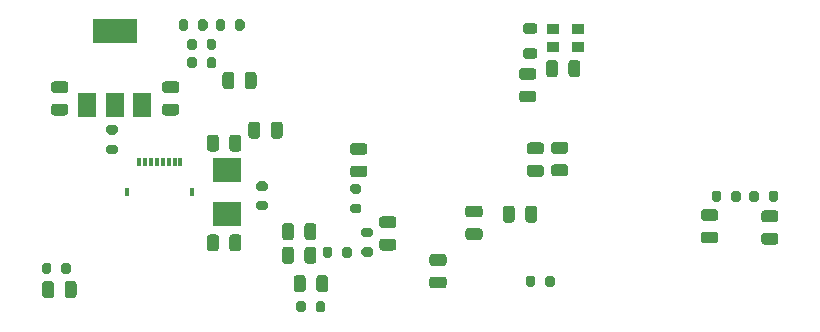
<source format=gbr>
%TF.GenerationSoftware,KiCad,Pcbnew,(5.1.9)-1*%
%TF.CreationDate,2021-04-11T16:36:30+08:00*%
%TF.ProjectId,st_usbAudioV1_demo,73745f75-7362-4417-9564-696f56315f64,rev?*%
%TF.SameCoordinates,Original*%
%TF.FileFunction,Paste,Bot*%
%TF.FilePolarity,Positive*%
%FSLAX46Y46*%
G04 Gerber Fmt 4.6, Leading zero omitted, Abs format (unit mm)*
G04 Created by KiCad (PCBNEW (5.1.9)-1) date 2021-04-11 16:36:30*
%MOMM*%
%LPD*%
G01*
G04 APERTURE LIST*
%ADD10R,2.400000X2.000000*%
%ADD11R,1.000000X0.900000*%
%ADD12R,1.500000X2.000000*%
%ADD13R,3.800000X2.000000*%
%ADD14R,0.400000X0.800000*%
%ADD15R,0.300000X0.800000*%
G04 APERTURE END LIST*
D10*
%TO.C,Y1*%
X139200000Y-77700000D03*
X139200000Y-74000000D03*
%TD*%
%TO.C,L2*%
G36*
G01*
X164518750Y-63687500D02*
X165281250Y-63687500D01*
G75*
G02*
X165500000Y-63906250I0J-218750D01*
G01*
X165500000Y-64343750D01*
G75*
G02*
X165281250Y-64562500I-218750J0D01*
G01*
X164518750Y-64562500D01*
G75*
G02*
X164300000Y-64343750I0J218750D01*
G01*
X164300000Y-63906250D01*
G75*
G02*
X164518750Y-63687500I218750J0D01*
G01*
G37*
G36*
G01*
X164518750Y-61562500D02*
X165281250Y-61562500D01*
G75*
G02*
X165500000Y-61781250I0J-218750D01*
G01*
X165500000Y-62218750D01*
G75*
G02*
X165281250Y-62437500I-218750J0D01*
G01*
X164518750Y-62437500D01*
G75*
G02*
X164300000Y-62218750I0J218750D01*
G01*
X164300000Y-61781250D01*
G75*
G02*
X164518750Y-61562500I218750J0D01*
G01*
G37*
%TD*%
D11*
%TO.C,X1*%
X166825000Y-63575000D03*
X168975000Y-63575000D03*
X168975000Y-62025000D03*
X166825000Y-62025000D03*
%TD*%
D12*
%TO.C,U2*%
X132025000Y-68500000D03*
X127425000Y-68500000D03*
X129725000Y-68500000D03*
D13*
X129725000Y-62200000D03*
%TD*%
%TO.C,R19*%
G36*
G01*
X129225000Y-71825000D02*
X129775000Y-71825000D01*
G75*
G02*
X129975000Y-72025000I0J-200000D01*
G01*
X129975000Y-72425000D01*
G75*
G02*
X129775000Y-72625000I-200000J0D01*
G01*
X129225000Y-72625000D01*
G75*
G02*
X129025000Y-72425000I0J200000D01*
G01*
X129025000Y-72025000D01*
G75*
G02*
X129225000Y-71825000I200000J0D01*
G01*
G37*
G36*
G01*
X129225000Y-70175000D02*
X129775000Y-70175000D01*
G75*
G02*
X129975000Y-70375000I0J-200000D01*
G01*
X129975000Y-70775000D01*
G75*
G02*
X129775000Y-70975000I-200000J0D01*
G01*
X129225000Y-70975000D01*
G75*
G02*
X129025000Y-70775000I0J200000D01*
G01*
X129025000Y-70375000D01*
G75*
G02*
X129225000Y-70175000I200000J0D01*
G01*
G37*
%TD*%
%TO.C,R18*%
G36*
G01*
X149000000Y-81225000D02*
X149000000Y-80675000D01*
G75*
G02*
X149200000Y-80475000I200000J0D01*
G01*
X149600000Y-80475000D01*
G75*
G02*
X149800000Y-80675000I0J-200000D01*
G01*
X149800000Y-81225000D01*
G75*
G02*
X149600000Y-81425000I-200000J0D01*
G01*
X149200000Y-81425000D01*
G75*
G02*
X149000000Y-81225000I0J200000D01*
G01*
G37*
G36*
G01*
X147350000Y-81225000D02*
X147350000Y-80675000D01*
G75*
G02*
X147550000Y-80475000I200000J0D01*
G01*
X147950000Y-80475000D01*
G75*
G02*
X148150000Y-80675000I0J-200000D01*
G01*
X148150000Y-81225000D01*
G75*
G02*
X147950000Y-81425000I-200000J0D01*
G01*
X147550000Y-81425000D01*
G75*
G02*
X147350000Y-81225000I0J200000D01*
G01*
G37*
%TD*%
%TO.C,R17*%
G36*
G01*
X151375000Y-79675000D02*
X150825000Y-79675000D01*
G75*
G02*
X150625000Y-79475000I0J200000D01*
G01*
X150625000Y-79075000D01*
G75*
G02*
X150825000Y-78875000I200000J0D01*
G01*
X151375000Y-78875000D01*
G75*
G02*
X151575000Y-79075000I0J-200000D01*
G01*
X151575000Y-79475000D01*
G75*
G02*
X151375000Y-79675000I-200000J0D01*
G01*
G37*
G36*
G01*
X151375000Y-81325000D02*
X150825000Y-81325000D01*
G75*
G02*
X150625000Y-81125000I0J200000D01*
G01*
X150625000Y-80725000D01*
G75*
G02*
X150825000Y-80525000I200000J0D01*
G01*
X151375000Y-80525000D01*
G75*
G02*
X151575000Y-80725000I0J-200000D01*
G01*
X151575000Y-81125000D01*
G75*
G02*
X151375000Y-81325000I-200000J0D01*
G01*
G37*
%TD*%
%TO.C,R16*%
G36*
G01*
X181925000Y-76475000D02*
X181925000Y-75925000D01*
G75*
G02*
X182125000Y-75725000I200000J0D01*
G01*
X182525000Y-75725000D01*
G75*
G02*
X182725000Y-75925000I0J-200000D01*
G01*
X182725000Y-76475000D01*
G75*
G02*
X182525000Y-76675000I-200000J0D01*
G01*
X182125000Y-76675000D01*
G75*
G02*
X181925000Y-76475000I0J200000D01*
G01*
G37*
G36*
G01*
X180275000Y-76475000D02*
X180275000Y-75925000D01*
G75*
G02*
X180475000Y-75725000I200000J0D01*
G01*
X180875000Y-75725000D01*
G75*
G02*
X181075000Y-75925000I0J-200000D01*
G01*
X181075000Y-76475000D01*
G75*
G02*
X180875000Y-76675000I-200000J0D01*
G01*
X180475000Y-76675000D01*
G75*
G02*
X180275000Y-76475000I0J200000D01*
G01*
G37*
%TD*%
%TO.C,R15*%
G36*
G01*
X185125000Y-76475000D02*
X185125000Y-75925000D01*
G75*
G02*
X185325000Y-75725000I200000J0D01*
G01*
X185725000Y-75725000D01*
G75*
G02*
X185925000Y-75925000I0J-200000D01*
G01*
X185925000Y-76475000D01*
G75*
G02*
X185725000Y-76675000I-200000J0D01*
G01*
X185325000Y-76675000D01*
G75*
G02*
X185125000Y-76475000I0J200000D01*
G01*
G37*
G36*
G01*
X183475000Y-76475000D02*
X183475000Y-75925000D01*
G75*
G02*
X183675000Y-75725000I200000J0D01*
G01*
X184075000Y-75725000D01*
G75*
G02*
X184275000Y-75925000I0J-200000D01*
G01*
X184275000Y-76475000D01*
G75*
G02*
X184075000Y-76675000I-200000J0D01*
G01*
X183675000Y-76675000D01*
G75*
G02*
X183475000Y-76475000I0J200000D01*
G01*
G37*
%TD*%
%TO.C,R14*%
G36*
G01*
X135950000Y-61425000D02*
X135950000Y-61975000D01*
G75*
G02*
X135750000Y-62175000I-200000J0D01*
G01*
X135350000Y-62175000D01*
G75*
G02*
X135150000Y-61975000I0J200000D01*
G01*
X135150000Y-61425000D01*
G75*
G02*
X135350000Y-61225000I200000J0D01*
G01*
X135750000Y-61225000D01*
G75*
G02*
X135950000Y-61425000I0J-200000D01*
G01*
G37*
G36*
G01*
X137600000Y-61425000D02*
X137600000Y-61975000D01*
G75*
G02*
X137400000Y-62175000I-200000J0D01*
G01*
X137000000Y-62175000D01*
G75*
G02*
X136800000Y-61975000I0J200000D01*
G01*
X136800000Y-61425000D01*
G75*
G02*
X137000000Y-61225000I200000J0D01*
G01*
X137400000Y-61225000D01*
G75*
G02*
X137600000Y-61425000I0J-200000D01*
G01*
G37*
%TD*%
%TO.C,R13*%
G36*
G01*
X139925000Y-61975000D02*
X139925000Y-61425000D01*
G75*
G02*
X140125000Y-61225000I200000J0D01*
G01*
X140525000Y-61225000D01*
G75*
G02*
X140725000Y-61425000I0J-200000D01*
G01*
X140725000Y-61975000D01*
G75*
G02*
X140525000Y-62175000I-200000J0D01*
G01*
X140125000Y-62175000D01*
G75*
G02*
X139925000Y-61975000I0J200000D01*
G01*
G37*
G36*
G01*
X138275000Y-61975000D02*
X138275000Y-61425000D01*
G75*
G02*
X138475000Y-61225000I200000J0D01*
G01*
X138875000Y-61225000D01*
G75*
G02*
X139075000Y-61425000I0J-200000D01*
G01*
X139075000Y-61975000D01*
G75*
G02*
X138875000Y-62175000I-200000J0D01*
G01*
X138475000Y-62175000D01*
G75*
G02*
X138275000Y-61975000I0J200000D01*
G01*
G37*
%TD*%
%TO.C,R11*%
G36*
G01*
X150425000Y-75975000D02*
X149875000Y-75975000D01*
G75*
G02*
X149675000Y-75775000I0J200000D01*
G01*
X149675000Y-75375000D01*
G75*
G02*
X149875000Y-75175000I200000J0D01*
G01*
X150425000Y-75175000D01*
G75*
G02*
X150625000Y-75375000I0J-200000D01*
G01*
X150625000Y-75775000D01*
G75*
G02*
X150425000Y-75975000I-200000J0D01*
G01*
G37*
G36*
G01*
X150425000Y-77625000D02*
X149875000Y-77625000D01*
G75*
G02*
X149675000Y-77425000I0J200000D01*
G01*
X149675000Y-77025000D01*
G75*
G02*
X149875000Y-76825000I200000J0D01*
G01*
X150425000Y-76825000D01*
G75*
G02*
X150625000Y-77025000I0J-200000D01*
G01*
X150625000Y-77425000D01*
G75*
G02*
X150425000Y-77625000I-200000J0D01*
G01*
G37*
%TD*%
%TO.C,R10*%
G36*
G01*
X145900000Y-85275000D02*
X145900000Y-85825000D01*
G75*
G02*
X145700000Y-86025000I-200000J0D01*
G01*
X145300000Y-86025000D01*
G75*
G02*
X145100000Y-85825000I0J200000D01*
G01*
X145100000Y-85275000D01*
G75*
G02*
X145300000Y-85075000I200000J0D01*
G01*
X145700000Y-85075000D01*
G75*
G02*
X145900000Y-85275000I0J-200000D01*
G01*
G37*
G36*
G01*
X147550000Y-85275000D02*
X147550000Y-85825000D01*
G75*
G02*
X147350000Y-86025000I-200000J0D01*
G01*
X146950000Y-86025000D01*
G75*
G02*
X146750000Y-85825000I0J200000D01*
G01*
X146750000Y-85275000D01*
G75*
G02*
X146950000Y-85075000I200000J0D01*
G01*
X147350000Y-85075000D01*
G75*
G02*
X147550000Y-85275000I0J-200000D01*
G01*
G37*
%TD*%
%TO.C,R7*%
G36*
G01*
X165325000Y-83125000D02*
X165325000Y-83675000D01*
G75*
G02*
X165125000Y-83875000I-200000J0D01*
G01*
X164725000Y-83875000D01*
G75*
G02*
X164525000Y-83675000I0J200000D01*
G01*
X164525000Y-83125000D01*
G75*
G02*
X164725000Y-82925000I200000J0D01*
G01*
X165125000Y-82925000D01*
G75*
G02*
X165325000Y-83125000I0J-200000D01*
G01*
G37*
G36*
G01*
X166975000Y-83125000D02*
X166975000Y-83675000D01*
G75*
G02*
X166775000Y-83875000I-200000J0D01*
G01*
X166375000Y-83875000D01*
G75*
G02*
X166175000Y-83675000I0J200000D01*
G01*
X166175000Y-83125000D01*
G75*
G02*
X166375000Y-82925000I200000J0D01*
G01*
X166775000Y-82925000D01*
G75*
G02*
X166975000Y-83125000I0J-200000D01*
G01*
G37*
%TD*%
%TO.C,R6*%
G36*
G01*
X141925000Y-76600000D02*
X142475000Y-76600000D01*
G75*
G02*
X142675000Y-76800000I0J-200000D01*
G01*
X142675000Y-77200000D01*
G75*
G02*
X142475000Y-77400000I-200000J0D01*
G01*
X141925000Y-77400000D01*
G75*
G02*
X141725000Y-77200000I0J200000D01*
G01*
X141725000Y-76800000D01*
G75*
G02*
X141925000Y-76600000I200000J0D01*
G01*
G37*
G36*
G01*
X141925000Y-74950000D02*
X142475000Y-74950000D01*
G75*
G02*
X142675000Y-75150000I0J-200000D01*
G01*
X142675000Y-75550000D01*
G75*
G02*
X142475000Y-75750000I-200000J0D01*
G01*
X141925000Y-75750000D01*
G75*
G02*
X141725000Y-75550000I0J200000D01*
G01*
X141725000Y-75150000D01*
G75*
G02*
X141925000Y-74950000I200000J0D01*
G01*
G37*
%TD*%
%TO.C,R4*%
G36*
G01*
X136675000Y-63075000D02*
X136675000Y-63625000D01*
G75*
G02*
X136475000Y-63825000I-200000J0D01*
G01*
X136075000Y-63825000D01*
G75*
G02*
X135875000Y-63625000I0J200000D01*
G01*
X135875000Y-63075000D01*
G75*
G02*
X136075000Y-62875000I200000J0D01*
G01*
X136475000Y-62875000D01*
G75*
G02*
X136675000Y-63075000I0J-200000D01*
G01*
G37*
G36*
G01*
X138325000Y-63075000D02*
X138325000Y-63625000D01*
G75*
G02*
X138125000Y-63825000I-200000J0D01*
G01*
X137725000Y-63825000D01*
G75*
G02*
X137525000Y-63625000I0J200000D01*
G01*
X137525000Y-63075000D01*
G75*
G02*
X137725000Y-62875000I200000J0D01*
G01*
X138125000Y-62875000D01*
G75*
G02*
X138325000Y-63075000I0J-200000D01*
G01*
G37*
%TD*%
%TO.C,R3*%
G36*
G01*
X136675000Y-64625000D02*
X136675000Y-65175000D01*
G75*
G02*
X136475000Y-65375000I-200000J0D01*
G01*
X136075000Y-65375000D01*
G75*
G02*
X135875000Y-65175000I0J200000D01*
G01*
X135875000Y-64625000D01*
G75*
G02*
X136075000Y-64425000I200000J0D01*
G01*
X136475000Y-64425000D01*
G75*
G02*
X136675000Y-64625000I0J-200000D01*
G01*
G37*
G36*
G01*
X138325000Y-64625000D02*
X138325000Y-65175000D01*
G75*
G02*
X138125000Y-65375000I-200000J0D01*
G01*
X137725000Y-65375000D01*
G75*
G02*
X137525000Y-65175000I0J200000D01*
G01*
X137525000Y-64625000D01*
G75*
G02*
X137725000Y-64425000I200000J0D01*
G01*
X138125000Y-64425000D01*
G75*
G02*
X138325000Y-64625000I0J-200000D01*
G01*
G37*
%TD*%
%TO.C,R2*%
G36*
G01*
X124375000Y-82025000D02*
X124375000Y-82575000D01*
G75*
G02*
X124175000Y-82775000I-200000J0D01*
G01*
X123775000Y-82775000D01*
G75*
G02*
X123575000Y-82575000I0J200000D01*
G01*
X123575000Y-82025000D01*
G75*
G02*
X123775000Y-81825000I200000J0D01*
G01*
X124175000Y-81825000D01*
G75*
G02*
X124375000Y-82025000I0J-200000D01*
G01*
G37*
G36*
G01*
X126025000Y-82025000D02*
X126025000Y-82575000D01*
G75*
G02*
X125825000Y-82775000I-200000J0D01*
G01*
X125425000Y-82775000D01*
G75*
G02*
X125225000Y-82575000I0J200000D01*
G01*
X125225000Y-82025000D01*
G75*
G02*
X125425000Y-81825000I200000J0D01*
G01*
X125825000Y-81825000D01*
G75*
G02*
X126025000Y-82025000I0J-200000D01*
G01*
G37*
%TD*%
D14*
%TO.C,J4*%
X136300000Y-75825000D03*
X130800000Y-75825000D03*
D15*
X135300000Y-73325000D03*
X134800000Y-73325000D03*
X134300000Y-73325000D03*
X133800000Y-73325000D03*
X133300000Y-73325000D03*
X132800000Y-73325000D03*
X132300000Y-73325000D03*
X131800000Y-73325000D03*
%TD*%
%TO.C,C33*%
G36*
G01*
X180575000Y-78300000D02*
X179625000Y-78300000D01*
G75*
G02*
X179375000Y-78050000I0J250000D01*
G01*
X179375000Y-77550000D01*
G75*
G02*
X179625000Y-77300000I250000J0D01*
G01*
X180575000Y-77300000D01*
G75*
G02*
X180825000Y-77550000I0J-250000D01*
G01*
X180825000Y-78050000D01*
G75*
G02*
X180575000Y-78300000I-250000J0D01*
G01*
G37*
G36*
G01*
X180575000Y-80200000D02*
X179625000Y-80200000D01*
G75*
G02*
X179375000Y-79950000I0J250000D01*
G01*
X179375000Y-79450000D01*
G75*
G02*
X179625000Y-79200000I250000J0D01*
G01*
X180575000Y-79200000D01*
G75*
G02*
X180825000Y-79450000I0J-250000D01*
G01*
X180825000Y-79950000D01*
G75*
G02*
X180575000Y-80200000I-250000J0D01*
G01*
G37*
%TD*%
%TO.C,C32*%
G36*
G01*
X166925000Y-73500000D02*
X167875000Y-73500000D01*
G75*
G02*
X168125000Y-73750000I0J-250000D01*
G01*
X168125000Y-74250000D01*
G75*
G02*
X167875000Y-74500000I-250000J0D01*
G01*
X166925000Y-74500000D01*
G75*
G02*
X166675000Y-74250000I0J250000D01*
G01*
X166675000Y-73750000D01*
G75*
G02*
X166925000Y-73500000I250000J0D01*
G01*
G37*
G36*
G01*
X166925000Y-71600000D02*
X167875000Y-71600000D01*
G75*
G02*
X168125000Y-71850000I0J-250000D01*
G01*
X168125000Y-72350000D01*
G75*
G02*
X167875000Y-72600000I-250000J0D01*
G01*
X166925000Y-72600000D01*
G75*
G02*
X166675000Y-72350000I0J250000D01*
G01*
X166675000Y-71850000D01*
G75*
G02*
X166925000Y-71600000I250000J0D01*
G01*
G37*
%TD*%
%TO.C,C30*%
G36*
G01*
X185675000Y-78400000D02*
X184725000Y-78400000D01*
G75*
G02*
X184475000Y-78150000I0J250000D01*
G01*
X184475000Y-77650000D01*
G75*
G02*
X184725000Y-77400000I250000J0D01*
G01*
X185675000Y-77400000D01*
G75*
G02*
X185925000Y-77650000I0J-250000D01*
G01*
X185925000Y-78150000D01*
G75*
G02*
X185675000Y-78400000I-250000J0D01*
G01*
G37*
G36*
G01*
X185675000Y-80300000D02*
X184725000Y-80300000D01*
G75*
G02*
X184475000Y-80050000I0J250000D01*
G01*
X184475000Y-79550000D01*
G75*
G02*
X184725000Y-79300000I250000J0D01*
G01*
X185675000Y-79300000D01*
G75*
G02*
X185925000Y-79550000I0J-250000D01*
G01*
X185925000Y-80050000D01*
G75*
G02*
X185675000Y-80300000I-250000J0D01*
G01*
G37*
%TD*%
%TO.C,C28*%
G36*
G01*
X164875000Y-73550000D02*
X165825000Y-73550000D01*
G75*
G02*
X166075000Y-73800000I0J-250000D01*
G01*
X166075000Y-74300000D01*
G75*
G02*
X165825000Y-74550000I-250000J0D01*
G01*
X164875000Y-74550000D01*
G75*
G02*
X164625000Y-74300000I0J250000D01*
G01*
X164625000Y-73800000D01*
G75*
G02*
X164875000Y-73550000I250000J0D01*
G01*
G37*
G36*
G01*
X164875000Y-71650000D02*
X165825000Y-71650000D01*
G75*
G02*
X166075000Y-71900000I0J-250000D01*
G01*
X166075000Y-72400000D01*
G75*
G02*
X165825000Y-72650000I-250000J0D01*
G01*
X164875000Y-72650000D01*
G75*
G02*
X164625000Y-72400000I0J250000D01*
G01*
X164625000Y-71900000D01*
G75*
G02*
X164875000Y-71650000I250000J0D01*
G01*
G37*
%TD*%
%TO.C,C22*%
G36*
G01*
X145800000Y-81675000D02*
X145800000Y-80725000D01*
G75*
G02*
X146050000Y-80475000I250000J0D01*
G01*
X146550000Y-80475000D01*
G75*
G02*
X146800000Y-80725000I0J-250000D01*
G01*
X146800000Y-81675000D01*
G75*
G02*
X146550000Y-81925000I-250000J0D01*
G01*
X146050000Y-81925000D01*
G75*
G02*
X145800000Y-81675000I0J250000D01*
G01*
G37*
G36*
G01*
X143900000Y-81675000D02*
X143900000Y-80725000D01*
G75*
G02*
X144150000Y-80475000I250000J0D01*
G01*
X144650000Y-80475000D01*
G75*
G02*
X144900000Y-80725000I0J-250000D01*
G01*
X144900000Y-81675000D01*
G75*
G02*
X144650000Y-81925000I-250000J0D01*
G01*
X144150000Y-81925000D01*
G75*
G02*
X143900000Y-81675000I0J250000D01*
G01*
G37*
%TD*%
%TO.C,C21*%
G36*
G01*
X144900000Y-78725000D02*
X144900000Y-79675000D01*
G75*
G02*
X144650000Y-79925000I-250000J0D01*
G01*
X144150000Y-79925000D01*
G75*
G02*
X143900000Y-79675000I0J250000D01*
G01*
X143900000Y-78725000D01*
G75*
G02*
X144150000Y-78475000I250000J0D01*
G01*
X144650000Y-78475000D01*
G75*
G02*
X144900000Y-78725000I0J-250000D01*
G01*
G37*
G36*
G01*
X146800000Y-78725000D02*
X146800000Y-79675000D01*
G75*
G02*
X146550000Y-79925000I-250000J0D01*
G01*
X146050000Y-79925000D01*
G75*
G02*
X145800000Y-79675000I0J250000D01*
G01*
X145800000Y-78725000D01*
G75*
G02*
X146050000Y-78475000I250000J0D01*
G01*
X146550000Y-78475000D01*
G75*
G02*
X146800000Y-78725000I0J-250000D01*
G01*
G37*
%TD*%
%TO.C,C20*%
G36*
G01*
X165175000Y-66350000D02*
X164225000Y-66350000D01*
G75*
G02*
X163975000Y-66100000I0J250000D01*
G01*
X163975000Y-65600000D01*
G75*
G02*
X164225000Y-65350000I250000J0D01*
G01*
X165175000Y-65350000D01*
G75*
G02*
X165425000Y-65600000I0J-250000D01*
G01*
X165425000Y-66100000D01*
G75*
G02*
X165175000Y-66350000I-250000J0D01*
G01*
G37*
G36*
G01*
X165175000Y-68250000D02*
X164225000Y-68250000D01*
G75*
G02*
X163975000Y-68000000I0J250000D01*
G01*
X163975000Y-67500000D01*
G75*
G02*
X164225000Y-67250000I250000J0D01*
G01*
X165175000Y-67250000D01*
G75*
G02*
X165425000Y-67500000I0J-250000D01*
G01*
X165425000Y-68000000D01*
G75*
G02*
X165175000Y-68250000I-250000J0D01*
G01*
G37*
%TD*%
%TO.C,C19*%
G36*
G01*
X152375000Y-79800000D02*
X153325000Y-79800000D01*
G75*
G02*
X153575000Y-80050000I0J-250000D01*
G01*
X153575000Y-80550000D01*
G75*
G02*
X153325000Y-80800000I-250000J0D01*
G01*
X152375000Y-80800000D01*
G75*
G02*
X152125000Y-80550000I0J250000D01*
G01*
X152125000Y-80050000D01*
G75*
G02*
X152375000Y-79800000I250000J0D01*
G01*
G37*
G36*
G01*
X152375000Y-77900000D02*
X153325000Y-77900000D01*
G75*
G02*
X153575000Y-78150000I0J-250000D01*
G01*
X153575000Y-78650000D01*
G75*
G02*
X153325000Y-78900000I-250000J0D01*
G01*
X152375000Y-78900000D01*
G75*
G02*
X152125000Y-78650000I0J250000D01*
G01*
X152125000Y-78150000D01*
G75*
G02*
X152375000Y-77900000I250000J0D01*
G01*
G37*
%TD*%
%TO.C,C17*%
G36*
G01*
X145900000Y-83125000D02*
X145900000Y-84075000D01*
G75*
G02*
X145650000Y-84325000I-250000J0D01*
G01*
X145150000Y-84325000D01*
G75*
G02*
X144900000Y-84075000I0J250000D01*
G01*
X144900000Y-83125000D01*
G75*
G02*
X145150000Y-82875000I250000J0D01*
G01*
X145650000Y-82875000D01*
G75*
G02*
X145900000Y-83125000I0J-250000D01*
G01*
G37*
G36*
G01*
X147800000Y-83125000D02*
X147800000Y-84075000D01*
G75*
G02*
X147550000Y-84325000I-250000J0D01*
G01*
X147050000Y-84325000D01*
G75*
G02*
X146800000Y-84075000I0J250000D01*
G01*
X146800000Y-83125000D01*
G75*
G02*
X147050000Y-82875000I250000J0D01*
G01*
X147550000Y-82875000D01*
G75*
G02*
X147800000Y-83125000I0J-250000D01*
G01*
G37*
%TD*%
%TO.C,C16*%
G36*
G01*
X167250000Y-64925000D02*
X167250000Y-65875000D01*
G75*
G02*
X167000000Y-66125000I-250000J0D01*
G01*
X166500000Y-66125000D01*
G75*
G02*
X166250000Y-65875000I0J250000D01*
G01*
X166250000Y-64925000D01*
G75*
G02*
X166500000Y-64675000I250000J0D01*
G01*
X167000000Y-64675000D01*
G75*
G02*
X167250000Y-64925000I0J-250000D01*
G01*
G37*
G36*
G01*
X169150000Y-64925000D02*
X169150000Y-65875000D01*
G75*
G02*
X168900000Y-66125000I-250000J0D01*
G01*
X168400000Y-66125000D01*
G75*
G02*
X168150000Y-65875000I0J250000D01*
G01*
X168150000Y-64925000D01*
G75*
G02*
X168400000Y-64675000I250000J0D01*
G01*
X168900000Y-64675000D01*
G75*
G02*
X169150000Y-64925000I0J-250000D01*
G01*
G37*
%TD*%
%TO.C,C15*%
G36*
G01*
X142950000Y-71075000D02*
X142950000Y-70125000D01*
G75*
G02*
X143200000Y-69875000I250000J0D01*
G01*
X143700000Y-69875000D01*
G75*
G02*
X143950000Y-70125000I0J-250000D01*
G01*
X143950000Y-71075000D01*
G75*
G02*
X143700000Y-71325000I-250000J0D01*
G01*
X143200000Y-71325000D01*
G75*
G02*
X142950000Y-71075000I0J250000D01*
G01*
G37*
G36*
G01*
X141050000Y-71075000D02*
X141050000Y-70125000D01*
G75*
G02*
X141300000Y-69875000I250000J0D01*
G01*
X141800000Y-69875000D01*
G75*
G02*
X142050000Y-70125000I0J-250000D01*
G01*
X142050000Y-71075000D01*
G75*
G02*
X141800000Y-71325000I-250000J0D01*
G01*
X141300000Y-71325000D01*
G75*
G02*
X141050000Y-71075000I0J250000D01*
G01*
G37*
%TD*%
%TO.C,C13*%
G36*
G01*
X159675000Y-78900000D02*
X160625000Y-78900000D01*
G75*
G02*
X160875000Y-79150000I0J-250000D01*
G01*
X160875000Y-79650000D01*
G75*
G02*
X160625000Y-79900000I-250000J0D01*
G01*
X159675000Y-79900000D01*
G75*
G02*
X159425000Y-79650000I0J250000D01*
G01*
X159425000Y-79150000D01*
G75*
G02*
X159675000Y-78900000I250000J0D01*
G01*
G37*
G36*
G01*
X159675000Y-77000000D02*
X160625000Y-77000000D01*
G75*
G02*
X160875000Y-77250000I0J-250000D01*
G01*
X160875000Y-77750000D01*
G75*
G02*
X160625000Y-78000000I-250000J0D01*
G01*
X159675000Y-78000000D01*
G75*
G02*
X159425000Y-77750000I0J250000D01*
G01*
X159425000Y-77250000D01*
G75*
G02*
X159675000Y-77000000I250000J0D01*
G01*
G37*
%TD*%
%TO.C,C12*%
G36*
G01*
X164500000Y-78200000D02*
X164500000Y-77250000D01*
G75*
G02*
X164750000Y-77000000I250000J0D01*
G01*
X165250000Y-77000000D01*
G75*
G02*
X165500000Y-77250000I0J-250000D01*
G01*
X165500000Y-78200000D01*
G75*
G02*
X165250000Y-78450000I-250000J0D01*
G01*
X164750000Y-78450000D01*
G75*
G02*
X164500000Y-78200000I0J250000D01*
G01*
G37*
G36*
G01*
X162600000Y-78200000D02*
X162600000Y-77250000D01*
G75*
G02*
X162850000Y-77000000I250000J0D01*
G01*
X163350000Y-77000000D01*
G75*
G02*
X163600000Y-77250000I0J-250000D01*
G01*
X163600000Y-78200000D01*
G75*
G02*
X163350000Y-78450000I-250000J0D01*
G01*
X162850000Y-78450000D01*
G75*
G02*
X162600000Y-78200000I0J250000D01*
G01*
G37*
%TD*%
%TO.C,C11*%
G36*
G01*
X138550000Y-79675000D02*
X138550000Y-80625000D01*
G75*
G02*
X138300000Y-80875000I-250000J0D01*
G01*
X137800000Y-80875000D01*
G75*
G02*
X137550000Y-80625000I0J250000D01*
G01*
X137550000Y-79675000D01*
G75*
G02*
X137800000Y-79425000I250000J0D01*
G01*
X138300000Y-79425000D01*
G75*
G02*
X138550000Y-79675000I0J-250000D01*
G01*
G37*
G36*
G01*
X140450000Y-79675000D02*
X140450000Y-80625000D01*
G75*
G02*
X140200000Y-80875000I-250000J0D01*
G01*
X139700000Y-80875000D01*
G75*
G02*
X139450000Y-80625000I0J250000D01*
G01*
X139450000Y-79675000D01*
G75*
G02*
X139700000Y-79425000I250000J0D01*
G01*
X140200000Y-79425000D01*
G75*
G02*
X140450000Y-79675000I0J-250000D01*
G01*
G37*
%TD*%
%TO.C,C10*%
G36*
G01*
X138550000Y-71225000D02*
X138550000Y-72175000D01*
G75*
G02*
X138300000Y-72425000I-250000J0D01*
G01*
X137800000Y-72425000D01*
G75*
G02*
X137550000Y-72175000I0J250000D01*
G01*
X137550000Y-71225000D01*
G75*
G02*
X137800000Y-70975000I250000J0D01*
G01*
X138300000Y-70975000D01*
G75*
G02*
X138550000Y-71225000I0J-250000D01*
G01*
G37*
G36*
G01*
X140450000Y-71225000D02*
X140450000Y-72175000D01*
G75*
G02*
X140200000Y-72425000I-250000J0D01*
G01*
X139700000Y-72425000D01*
G75*
G02*
X139450000Y-72175000I0J250000D01*
G01*
X139450000Y-71225000D01*
G75*
G02*
X139700000Y-70975000I250000J0D01*
G01*
X140200000Y-70975000D01*
G75*
G02*
X140450000Y-71225000I0J-250000D01*
G01*
G37*
%TD*%
%TO.C,C9*%
G36*
G01*
X140750000Y-66875000D02*
X140750000Y-65925000D01*
G75*
G02*
X141000000Y-65675000I250000J0D01*
G01*
X141500000Y-65675000D01*
G75*
G02*
X141750000Y-65925000I0J-250000D01*
G01*
X141750000Y-66875000D01*
G75*
G02*
X141500000Y-67125000I-250000J0D01*
G01*
X141000000Y-67125000D01*
G75*
G02*
X140750000Y-66875000I0J250000D01*
G01*
G37*
G36*
G01*
X138850000Y-66875000D02*
X138850000Y-65925000D01*
G75*
G02*
X139100000Y-65675000I250000J0D01*
G01*
X139600000Y-65675000D01*
G75*
G02*
X139850000Y-65925000I0J-250000D01*
G01*
X139850000Y-66875000D01*
G75*
G02*
X139600000Y-67125000I-250000J0D01*
G01*
X139100000Y-67125000D01*
G75*
G02*
X138850000Y-66875000I0J250000D01*
G01*
G37*
%TD*%
%TO.C,C7*%
G36*
G01*
X134947000Y-67468000D02*
X133997000Y-67468000D01*
G75*
G02*
X133747000Y-67218000I0J250000D01*
G01*
X133747000Y-66718000D01*
G75*
G02*
X133997000Y-66468000I250000J0D01*
G01*
X134947000Y-66468000D01*
G75*
G02*
X135197000Y-66718000I0J-250000D01*
G01*
X135197000Y-67218000D01*
G75*
G02*
X134947000Y-67468000I-250000J0D01*
G01*
G37*
G36*
G01*
X134947000Y-69368000D02*
X133997000Y-69368000D01*
G75*
G02*
X133747000Y-69118000I0J250000D01*
G01*
X133747000Y-68618000D01*
G75*
G02*
X133997000Y-68368000I250000J0D01*
G01*
X134947000Y-68368000D01*
G75*
G02*
X135197000Y-68618000I0J-250000D01*
G01*
X135197000Y-69118000D01*
G75*
G02*
X134947000Y-69368000I-250000J0D01*
G01*
G37*
%TD*%
%TO.C,C5*%
G36*
G01*
X149925000Y-73600000D02*
X150875000Y-73600000D01*
G75*
G02*
X151125000Y-73850000I0J-250000D01*
G01*
X151125000Y-74350000D01*
G75*
G02*
X150875000Y-74600000I-250000J0D01*
G01*
X149925000Y-74600000D01*
G75*
G02*
X149675000Y-74350000I0J250000D01*
G01*
X149675000Y-73850000D01*
G75*
G02*
X149925000Y-73600000I250000J0D01*
G01*
G37*
G36*
G01*
X149925000Y-71700000D02*
X150875000Y-71700000D01*
G75*
G02*
X151125000Y-71950000I0J-250000D01*
G01*
X151125000Y-72450000D01*
G75*
G02*
X150875000Y-72700000I-250000J0D01*
G01*
X149925000Y-72700000D01*
G75*
G02*
X149675000Y-72450000I0J250000D01*
G01*
X149675000Y-71950000D01*
G75*
G02*
X149925000Y-71700000I250000J0D01*
G01*
G37*
%TD*%
%TO.C,C4*%
G36*
G01*
X124600000Y-83625000D02*
X124600000Y-84575000D01*
G75*
G02*
X124350000Y-84825000I-250000J0D01*
G01*
X123850000Y-84825000D01*
G75*
G02*
X123600000Y-84575000I0J250000D01*
G01*
X123600000Y-83625000D01*
G75*
G02*
X123850000Y-83375000I250000J0D01*
G01*
X124350000Y-83375000D01*
G75*
G02*
X124600000Y-83625000I0J-250000D01*
G01*
G37*
G36*
G01*
X126500000Y-83625000D02*
X126500000Y-84575000D01*
G75*
G02*
X126250000Y-84825000I-250000J0D01*
G01*
X125750000Y-84825000D01*
G75*
G02*
X125500000Y-84575000I0J250000D01*
G01*
X125500000Y-83625000D01*
G75*
G02*
X125750000Y-83375000I250000J0D01*
G01*
X126250000Y-83375000D01*
G75*
G02*
X126500000Y-83625000I0J-250000D01*
G01*
G37*
%TD*%
%TO.C,C2*%
G36*
G01*
X157575000Y-82100000D02*
X156625000Y-82100000D01*
G75*
G02*
X156375000Y-81850000I0J250000D01*
G01*
X156375000Y-81350000D01*
G75*
G02*
X156625000Y-81100000I250000J0D01*
G01*
X157575000Y-81100000D01*
G75*
G02*
X157825000Y-81350000I0J-250000D01*
G01*
X157825000Y-81850000D01*
G75*
G02*
X157575000Y-82100000I-250000J0D01*
G01*
G37*
G36*
G01*
X157575000Y-84000000D02*
X156625000Y-84000000D01*
G75*
G02*
X156375000Y-83750000I0J250000D01*
G01*
X156375000Y-83250000D01*
G75*
G02*
X156625000Y-83000000I250000J0D01*
G01*
X157575000Y-83000000D01*
G75*
G02*
X157825000Y-83250000I0J-250000D01*
G01*
X157825000Y-83750000D01*
G75*
G02*
X157575000Y-84000000I-250000J0D01*
G01*
G37*
%TD*%
%TO.C,C1*%
G36*
G01*
X124599000Y-68368000D02*
X125549000Y-68368000D01*
G75*
G02*
X125799000Y-68618000I0J-250000D01*
G01*
X125799000Y-69118000D01*
G75*
G02*
X125549000Y-69368000I-250000J0D01*
G01*
X124599000Y-69368000D01*
G75*
G02*
X124349000Y-69118000I0J250000D01*
G01*
X124349000Y-68618000D01*
G75*
G02*
X124599000Y-68368000I250000J0D01*
G01*
G37*
G36*
G01*
X124599000Y-66468000D02*
X125549000Y-66468000D01*
G75*
G02*
X125799000Y-66718000I0J-250000D01*
G01*
X125799000Y-67218000D01*
G75*
G02*
X125549000Y-67468000I-250000J0D01*
G01*
X124599000Y-67468000D01*
G75*
G02*
X124349000Y-67218000I0J250000D01*
G01*
X124349000Y-66718000D01*
G75*
G02*
X124599000Y-66468000I250000J0D01*
G01*
G37*
%TD*%
M02*

</source>
